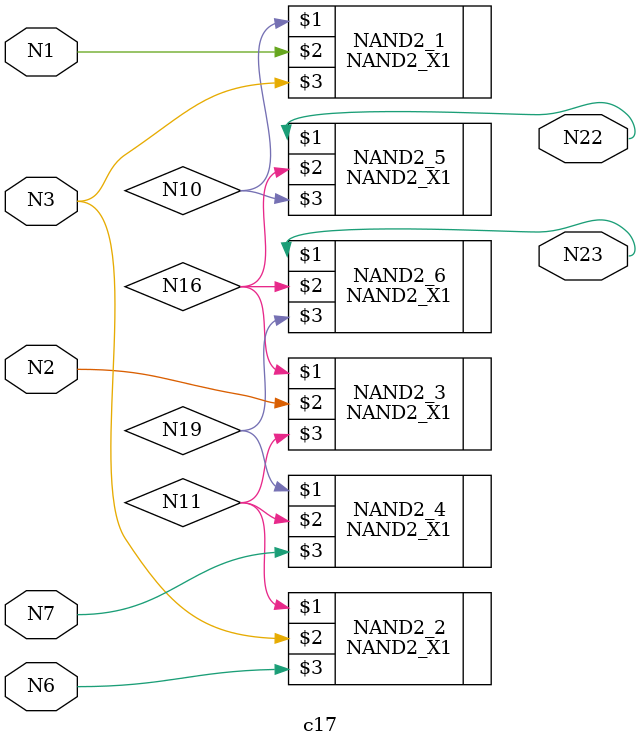
<source format=v>

module c17 (N1,N2,N3,N6,N7,N22,N23);

input N1,N2,N3,N6,N7;

output N22,N23;

wire N10,N11,N16,N19;

NAND2_X1 NAND2_1 (N10, N1, N3);
NAND2_X1 NAND2_2 (N11, N3, N6);
NAND2_X1 NAND2_3 (N16, N2, N11);
NAND2_X1 NAND2_4 (N19, N11, N7);
NAND2_X1 NAND2_5 (N22, N16, N10);
NAND2_X1 NAND2_6 (N23, N16, N19);

endmodule
</source>
